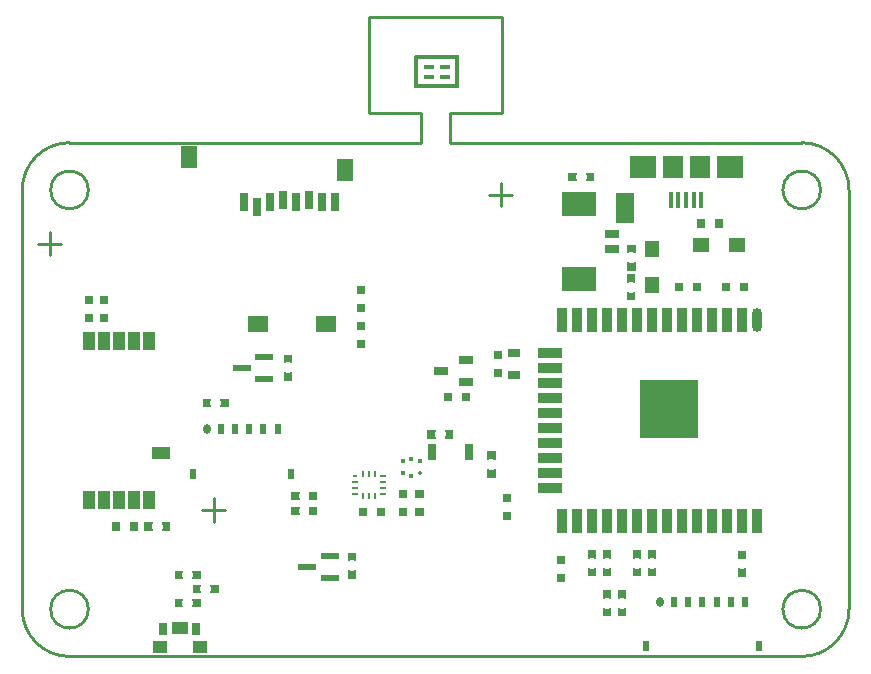
<source format=gtp>
G04 Layer_Color=8421504*
%FSLAX42Y42*%
%MOMM*%
G71*
G01*
G75*
%ADD10R,1.50X0.60*%
%ADD13R,1.15X1.00*%
%ADD14R,1.40X1.10*%
%ADD15R,0.70X1.10*%
%ADD16R,1.15X1.00*%
%ADD17R,1.80X1.40*%
%ADD18R,1.40X1.90*%
%ADD19R,0.80X1.50*%
%ADD20R,1.30X0.80*%
%ADD21R,1.30X0.80*%
%ADD22R,3.00X2.10*%
%ADD23R,1.00X1.60*%
%ADD24R,1.60X1.00*%
%ADD25O,0.47X0.25*%
%ADD26R,0.47X0.25*%
%ADD27R,0.25X0.47*%
%ADD28R,0.35X0.30*%
%ADD29R,0.30X0.35*%
G04:AMPARAMS|DCode=30|XSize=0.35mm|YSize=0.3mm|CornerRadius=0.07mm|HoleSize=0mm|Usage=FLASHONLY|Rotation=270.000|XOffset=0mm|YOffset=0mm|HoleType=Round|Shape=RoundedRectangle|*
%AMROUNDEDRECTD30*
21,1,0.35,0.15,0,0,270.0*
21,1,0.20,0.30,0,0,270.0*
1,1,0.15,-0.07,-0.10*
1,1,0.15,-0.07,0.10*
1,1,0.15,0.07,0.10*
1,1,0.15,0.07,-0.10*
%
%ADD30ROUNDEDRECTD30*%
%ADD31R,2.19X1.90*%
%ADD32R,1.80X1.90*%
%ADD33R,0.40X1.35*%
%ADD38R,0.60X0.85*%
%ADD39O,0.60X0.85*%
%ADD40R,5.00X5.00*%
%ADD41R,0.90X2.00*%
%ADD42R,2.00X0.90*%
%ADD43O,0.90X2.00*%
%ADD44R,1.50X2.50*%
%ADD45R,0.35X2.80*%
%ADD46R,3.80X0.35*%
%ADD47R,0.95X0.45*%
%ADD48R,1.30X0.76*%
%ADD50C,0.25*%
%ADD97C,0.25*%
%ADD103R,1.10X0.70*%
%ADD104R,0.70X1.40*%
%ADD105R,1.20X1.45*%
%ADD106R,1.45X1.20*%
G36*
X425Y698D02*
X429Y665D01*
X359D01*
Y735D01*
X429D01*
X425Y698D01*
D02*
G37*
G36*
X4967Y428D02*
X4930Y432D01*
X4897Y428D01*
Y498D01*
X4967D01*
Y428D01*
D02*
G37*
G36*
X701Y698D02*
X705Y665D01*
X635D01*
Y735D01*
X705D01*
X701Y698D01*
D02*
G37*
G36*
X579Y665D02*
X509D01*
X513Y700D01*
X509Y735D01*
X579D01*
Y665D01*
D02*
G37*
G36*
X4840Y428D02*
X4803Y432D01*
X4770Y428D01*
Y498D01*
X4840D01*
Y428D01*
D02*
G37*
G36*
X5729Y425D02*
X5692Y429D01*
X5659Y425D01*
Y495D01*
X5729D01*
Y425D01*
D02*
G37*
G36*
X2427Y410D02*
X2391Y414D01*
X2358Y410D01*
Y480D01*
X2427D01*
Y410D01*
D02*
G37*
G36*
X4587Y428D02*
X4550Y432D01*
X4517Y428D01*
Y498D01*
X4587D01*
Y428D01*
D02*
G37*
G36*
X4460D02*
X4423Y432D01*
X4390Y428D01*
Y498D01*
X4460D01*
Y428D01*
D02*
G37*
G36*
X2860Y790D02*
X2790D01*
Y860D01*
X2827Y856D01*
X2860Y860D01*
Y790D01*
D02*
G37*
G36*
X3740Y755D02*
X3670D01*
Y825D01*
X3707Y821D01*
X3740Y825D01*
Y755D01*
D02*
G37*
G36*
Y905D02*
X3705Y909D01*
X3670Y905D01*
Y975D01*
X3740D01*
Y905D01*
D02*
G37*
G36*
X2998Y790D02*
X2927D01*
Y860D01*
X2962Y856D01*
X2998Y860D01*
Y790D01*
D02*
G37*
G36*
X2098Y797D02*
X2027D01*
X2032Y832D01*
X2027Y868D01*
X2098D01*
Y797D01*
D02*
G37*
G36*
X2518Y825D02*
X2523Y790D01*
X2452D01*
Y860D01*
X2523D01*
X2518Y825D01*
D02*
G37*
G36*
X855Y665D02*
X785D01*
X789Y700D01*
X785Y735D01*
X855D01*
Y665D01*
D02*
G37*
G36*
X1943Y831D02*
X1948Y797D01*
X1877D01*
Y868D01*
X1948D01*
X1943Y831D01*
D02*
G37*
G36*
X2673Y790D02*
X2603D01*
X2607Y827D01*
X2603Y860D01*
X2673D01*
Y790D01*
D02*
G37*
G36*
X1109Y173D02*
X1112Y138D01*
X1043D01*
Y208D01*
X1112D01*
X1109Y173D01*
D02*
G37*
G36*
X4710Y89D02*
X4675Y93D01*
X4640Y89D01*
Y159D01*
X4710D01*
Y89D01*
D02*
G37*
G36*
X956Y289D02*
X960Y254D01*
X890D01*
Y324D01*
X960D01*
X956Y289D01*
D02*
G37*
G36*
X1262Y138D02*
X1193D01*
X1197Y175D01*
X1193Y208D01*
X1262D01*
Y138D01*
D02*
G37*
G36*
X4586Y89D02*
X4551Y93D01*
X4516Y89D01*
Y159D01*
X4586D01*
Y89D01*
D02*
G37*
G36*
X4710Y-61D02*
X4640D01*
Y9D01*
X4677Y5D01*
X4710Y9D01*
Y-61D01*
D02*
G37*
G36*
X4586D02*
X4516D01*
Y9D01*
X4553Y5D01*
X4586Y9D01*
Y-61D01*
D02*
G37*
G36*
X1110Y15D02*
X1040D01*
X1044Y50D01*
X1040Y85D01*
X1110D01*
Y15D01*
D02*
G37*
G36*
X956Y48D02*
X960Y15D01*
X890D01*
Y85D01*
X960D01*
X956Y48D01*
D02*
G37*
G36*
X4840Y278D02*
X4770D01*
Y347D01*
X4805Y343D01*
X4840Y347D01*
Y278D01*
D02*
G37*
G36*
X4587D02*
X4517D01*
Y347D01*
X4552Y343D01*
X4587Y347D01*
Y278D01*
D02*
G37*
G36*
X4197Y380D02*
X4162Y384D01*
X4128Y380D01*
Y450D01*
X4197D01*
Y380D01*
D02*
G37*
G36*
X4967Y278D02*
X4897D01*
Y347D01*
X4932Y343D01*
X4967Y347D01*
Y278D01*
D02*
G37*
G36*
X4460D02*
X4390D01*
Y347D01*
X4425Y343D01*
X4460Y347D01*
Y278D01*
D02*
G37*
G36*
X4197Y230D02*
X4128D01*
Y300D01*
X4165Y296D01*
X4197Y300D01*
Y230D01*
D02*
G37*
G36*
X1110Y254D02*
X1040D01*
X1044Y291D01*
X1040Y324D01*
X1110D01*
Y254D01*
D02*
G37*
G36*
X5729Y275D02*
X5659D01*
Y345D01*
X5694Y341D01*
X5729Y345D01*
Y275D01*
D02*
G37*
G36*
X2427Y260D02*
X2358D01*
Y330D01*
X2392Y326D01*
X2427Y330D01*
Y260D01*
D02*
G37*
G36*
X4792Y2615D02*
X4722D01*
Y2685D01*
X4758Y2681D01*
X4792Y2685D01*
Y2615D01*
D02*
G37*
G36*
X2506Y2667D02*
X2471Y2671D01*
X2436Y2667D01*
Y2737D01*
X2506D01*
Y2667D01*
D02*
G37*
G36*
X5345Y2695D02*
X5275D01*
X5279Y2730D01*
X5275Y2765D01*
X5345D01*
Y2695D01*
D02*
G37*
G36*
X5191Y2728D02*
X5195Y2695D01*
X5125D01*
Y2765D01*
X5195D01*
X5191Y2728D01*
D02*
G37*
G36*
X2506Y2517D02*
X2436D01*
Y2587D01*
X2473Y2583D01*
X2506Y2587D01*
Y2517D01*
D02*
G37*
G36*
X326Y2430D02*
X256D01*
Y2500D01*
X293Y2496D01*
X326Y2500D01*
Y2430D01*
D02*
G37*
G36*
X198D02*
X128D01*
Y2500D01*
X165Y2496D01*
X198Y2500D01*
Y2430D01*
D02*
G37*
G36*
X326Y2580D02*
X291Y2584D01*
X256Y2580D01*
Y2650D01*
X326D01*
Y2580D01*
D02*
G37*
G36*
X198D02*
X163Y2584D01*
X128Y2580D01*
Y2650D01*
X198D01*
Y2580D01*
D02*
G37*
G36*
X5535Y3230D02*
X5465D01*
X5469Y3267D01*
X5465Y3300D01*
X5535D01*
Y3230D01*
D02*
G37*
G36*
X5381Y3265D02*
X5385Y3230D01*
X5315D01*
Y3300D01*
X5385D01*
X5381Y3265D01*
D02*
G37*
G36*
X4445Y3626D02*
X4375D01*
X4379Y3661D01*
X4375Y3696D01*
X4445D01*
Y3626D01*
D02*
G37*
G36*
X4291Y3659D02*
X4295Y3626D01*
X4225D01*
Y3696D01*
X4295D01*
X4291Y3659D01*
D02*
G37*
G36*
X4793Y3017D02*
X4758Y3021D01*
X4723Y3017D01*
Y3087D01*
X4793D01*
Y3017D01*
D02*
G37*
G36*
X5743Y2695D02*
X5673D01*
X5677Y2730D01*
X5673Y2765D01*
X5743D01*
Y2695D01*
D02*
G37*
G36*
X5589Y2728D02*
X5593Y2695D01*
X5523D01*
Y2765D01*
X5593D01*
X5589Y2728D01*
D02*
G37*
G36*
X4793Y2867D02*
X4723D01*
Y2937D01*
X4760Y2933D01*
X4793Y2937D01*
Y2867D01*
D02*
G37*
G36*
X4792Y2765D02*
X4756Y2769D01*
X4722Y2765D01*
Y2835D01*
X4792D01*
Y2765D01*
D02*
G37*
G36*
X3096Y1480D02*
X3100Y1445D01*
X3030D01*
Y1515D01*
X3100D01*
X3096Y1480D01*
D02*
G37*
G36*
X3608Y1265D02*
X3571Y1269D01*
X3538Y1265D01*
Y1336D01*
X3608D01*
Y1265D01*
D02*
G37*
G36*
X1194Y1746D02*
X1198Y1713D01*
X1128D01*
Y1783D01*
X1198D01*
X1194Y1746D01*
D02*
G37*
G36*
X3250Y1445D02*
X3180D01*
X3184Y1482D01*
X3180Y1515D01*
X3250D01*
Y1445D01*
D02*
G37*
G36*
X3608Y1115D02*
X3538D01*
Y1185D01*
X3573Y1181D01*
X3608Y1185D01*
Y1115D01*
D02*
G37*
G36*
X2098Y923D02*
X2027D01*
X2032Y957D01*
X2027Y993D01*
X2098D01*
Y923D01*
D02*
G37*
G36*
X1943Y956D02*
X1948Y923D01*
X1877D01*
Y993D01*
X1948D01*
X1943Y956D01*
D02*
G37*
G36*
X2998Y940D02*
X2960Y944D01*
X2927Y940D01*
Y1010D01*
X2998D01*
Y940D01*
D02*
G37*
G36*
X2860D02*
X2825Y944D01*
X2790Y940D01*
Y1010D01*
X2860D01*
Y940D01*
D02*
G37*
G36*
X3661Y2116D02*
X3624Y2120D01*
X3591Y2116D01*
Y2186D01*
X3661D01*
Y2116D01*
D02*
G37*
G36*
X1885Y2085D02*
X1848Y2089D01*
X1815Y2085D01*
Y2155D01*
X1885D01*
Y2085D01*
D02*
G37*
G36*
X2506Y2362D02*
X2469Y2367D01*
X2436Y2362D01*
Y2433D01*
X2506D01*
Y2362D01*
D02*
G37*
G36*
Y2212D02*
X2436D01*
Y2283D01*
X2471Y2278D01*
X2506Y2283D01*
Y2212D01*
D02*
G37*
G36*
X3661Y1966D02*
X3591D01*
Y2036D01*
X3626Y2032D01*
X3661Y2036D01*
Y1966D01*
D02*
G37*
G36*
X3236Y1795D02*
X3240Y1760D01*
X3170D01*
Y1830D01*
X3240D01*
X3236Y1795D01*
D02*
G37*
G36*
X1348Y1713D02*
X1278D01*
X1282Y1748D01*
X1278Y1783D01*
X1348D01*
Y1713D01*
D02*
G37*
G36*
X1885Y1935D02*
X1815D01*
Y2005D01*
X1850Y2001D01*
X1885Y2005D01*
Y1935D01*
D02*
G37*
G36*
X3390Y1760D02*
X3320D01*
X3324Y1797D01*
X3320Y1830D01*
X3390D01*
Y1760D01*
D02*
G37*
D10*
X2015Y358D02*
D03*
X2205Y453D02*
D03*
Y262D02*
D03*
X1457Y2043D02*
D03*
X1647Y2138D02*
D03*
Y1948D02*
D03*
D13*
X1107Y-320D02*
D03*
D14*
X935Y-155D02*
D03*
D15*
X1075Y-170D02*
D03*
X795D02*
D03*
D16*
X770Y-320D02*
D03*
D17*
X2169Y2415D02*
D03*
X1600D02*
D03*
D18*
X2329Y3715D02*
D03*
X1014Y3829D02*
D03*
D19*
X2250Y3445D02*
D03*
X2140D02*
D03*
X2030Y3464D02*
D03*
X1920Y3445D02*
D03*
X1810Y3464D02*
D03*
X1700Y3445D02*
D03*
X1590Y3404D02*
D03*
X1480Y3445D02*
D03*
D20*
X4590Y3176D02*
D03*
D21*
Y3051D02*
D03*
D22*
X4315Y3431D02*
D03*
Y2796D02*
D03*
D23*
X671Y2275D02*
D03*
X544D02*
D03*
X417D02*
D03*
X290D02*
D03*
X163D02*
D03*
X671Y925D02*
D03*
X544D02*
D03*
X417D02*
D03*
X290D02*
D03*
X163D02*
D03*
D24*
X771Y1325D02*
D03*
D25*
X2421Y1125D02*
D03*
D26*
Y1075D02*
D03*
Y1025D02*
D03*
Y975D02*
D03*
X2654D02*
D03*
Y1025D02*
D03*
Y1075D02*
D03*
Y1125D02*
D03*
D27*
X2488Y959D02*
D03*
X2538D02*
D03*
X2588D02*
D03*
Y1141D02*
D03*
X2538D02*
D03*
X2488D02*
D03*
D28*
X2895Y1126D02*
D03*
Y1276D02*
D03*
D29*
X2820Y1151D02*
D03*
Y1251D02*
D03*
X2970D02*
D03*
D30*
Y1151D02*
D03*
D31*
X4852Y3743D02*
D03*
X5591D02*
D03*
D32*
X5336D02*
D03*
X5106D02*
D03*
D33*
X5351Y3463D02*
D03*
X5286D02*
D03*
X5221D02*
D03*
X5156D02*
D03*
X5091D02*
D03*
D38*
X4884Y-315D02*
D03*
X5834D02*
D03*
X5719Y63D02*
D03*
X5479D02*
D03*
X5359D02*
D03*
X5239D02*
D03*
X5119D02*
D03*
X5599D02*
D03*
X1282Y1526D02*
D03*
X1402D02*
D03*
X1523D02*
D03*
X1642D02*
D03*
X1762D02*
D03*
X1877Y1149D02*
D03*
X1048D02*
D03*
D39*
X4999Y63D02*
D03*
X1162Y1526D02*
D03*
D40*
X5072Y1695D02*
D03*
D41*
X5822Y745D02*
D03*
X5695D02*
D03*
X5568D02*
D03*
X5441D02*
D03*
X5314D02*
D03*
X5187D02*
D03*
X5060D02*
D03*
X4933D02*
D03*
X4806D02*
D03*
X4679D02*
D03*
X4552D02*
D03*
X4425D02*
D03*
X4298D02*
D03*
X4171D02*
D03*
Y2445D02*
D03*
X4298D02*
D03*
X4425D02*
D03*
X4552D02*
D03*
X4679D02*
D03*
X4806D02*
D03*
X4933D02*
D03*
X5060D02*
D03*
X5187D02*
D03*
X5314D02*
D03*
X5441D02*
D03*
X5568D02*
D03*
X5695D02*
D03*
D42*
X4071Y1024D02*
D03*
Y1151D02*
D03*
Y1278D02*
D03*
Y1405D02*
D03*
Y1532D02*
D03*
Y1659D02*
D03*
Y1786D02*
D03*
Y1913D02*
D03*
Y2040D02*
D03*
Y2167D02*
D03*
D43*
X5822Y2445D02*
D03*
D44*
X4700Y3400D02*
D03*
D45*
X3283Y4550D02*
D03*
X2938D02*
D03*
D46*
X3111Y4672D02*
D03*
Y4427D02*
D03*
D47*
X3178Y4592D02*
D03*
X3043D02*
D03*
X3178Y4507D02*
D03*
X3043D02*
D03*
D48*
X3145Y2017D02*
D03*
X3355Y2112D02*
D03*
Y1923D02*
D03*
D50*
X6360Y0D02*
G03*
X6360Y0I-160J0D01*
G01*
Y3550D02*
G03*
X6360Y3550I-160J0D01*
G01*
X160D02*
G03*
X160Y3550I-160J0D01*
G01*
Y0D02*
G03*
X160Y0I-160J0D01*
G01*
X6600Y3550D02*
G03*
X6200Y3950I-400J0D01*
G01*
X0D02*
G03*
X-400Y3550I0J-400D01*
G01*
Y0D02*
G03*
X0Y-400I400J0D01*
G01*
X6200D02*
G03*
X6600Y0I0J400D01*
G01*
X5350Y3950D02*
X5600D01*
X3225D02*
X5350D01*
X5350D02*
X5350Y3950D01*
X2974Y4199D02*
X2975D01*
X2974Y4200D02*
X2974Y4199D01*
X2541Y4200D02*
X2974D01*
X2975Y3950D02*
Y4199D01*
X2975Y3950D02*
X2975Y3950D01*
X5600D02*
X6200D01*
X600Y3950D02*
X2975D01*
X0Y3950D02*
X600Y3950D01*
X6600Y0D02*
Y3550D01*
X-400Y0D02*
Y3550D01*
X0Y-400D02*
X6200D01*
X3225Y3950D02*
Y4200D01*
X2540Y4199D02*
Y5015D01*
X3660D01*
Y4200D02*
Y5015D01*
X3225Y4200D02*
X3660D01*
X2541Y4200D02*
X2541Y4200D01*
D97*
X1120Y838D02*
X1320D01*
X1220Y738D02*
Y938D01*
X-267Y3095D02*
X-68D01*
X-167Y2995D02*
Y3195D01*
X3550Y3510D02*
X3750D01*
X3650Y3410D02*
Y3610D01*
D103*
X3766Y2171D02*
D03*
Y1981D02*
D03*
D104*
X3383Y1330D02*
D03*
X3073D02*
D03*
D105*
X4933Y3052D02*
D03*
Y2747D02*
D03*
D106*
X5350Y3085D02*
D03*
X5655D02*
D03*
M02*

</source>
